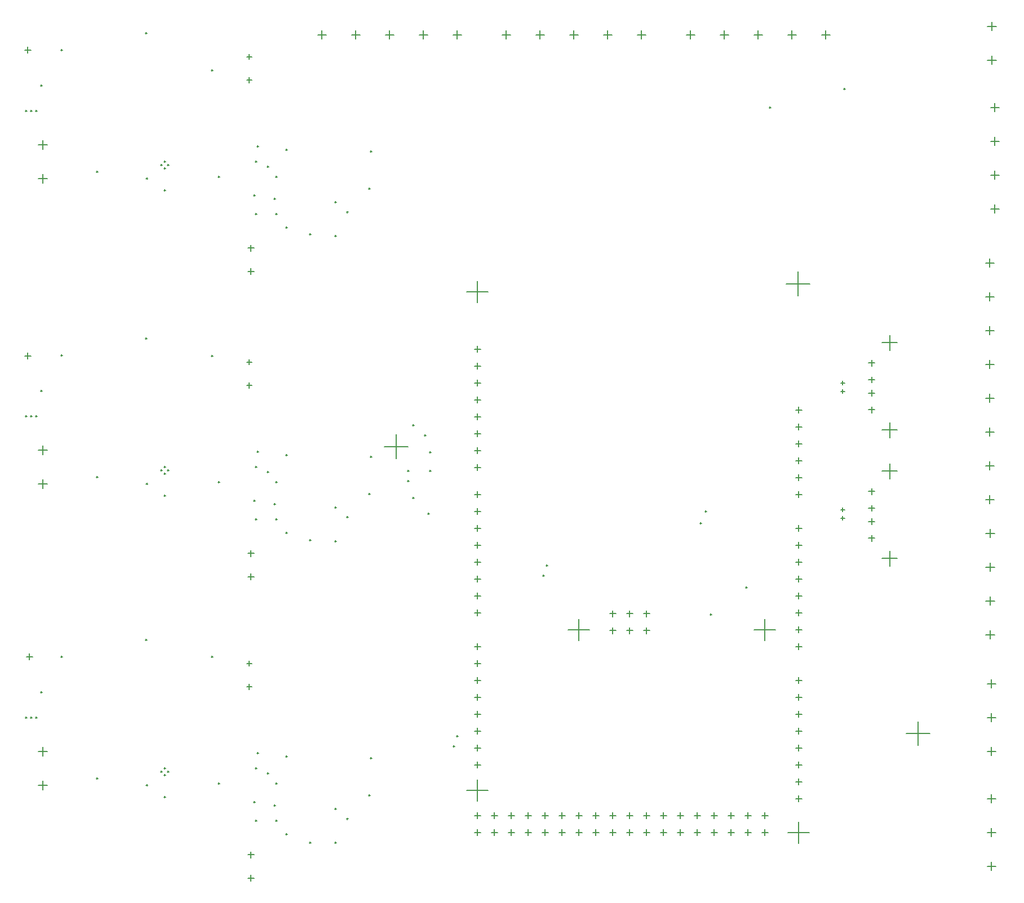
<source format=gbr>
%TF.GenerationSoftware,Altium Limited,Altium Designer,19.1.5 (86)*%
G04 Layer_Color=128*
%FSLAX26Y26*%
%MOIN*%
%TF.FileFunction,Drillmap*%
%TF.Part,Single*%
G01*
G75*
%TA.AperFunction,NonConductor*%
%ADD51C,0.005000*%
D51*
X5776079Y1820370D02*
X5827260D01*
X5801669Y1794780D02*
Y1845961D01*
X5776079Y1620370D02*
X5827260D01*
X5801669Y1594780D02*
Y1645961D01*
X5776079Y2220370D02*
X5827260D01*
X5801669Y2194780D02*
Y2245961D01*
X5776079Y2020370D02*
X5827260D01*
X5801669Y1994780D02*
Y2045961D01*
X5774409Y2620000D02*
X5825591D01*
X5800000Y2594410D02*
Y2645590D01*
X5774409Y2420000D02*
X5825591D01*
X5800000Y2394410D02*
Y2445590D01*
X5774409Y3020000D02*
X5825591D01*
X5800000Y2994410D02*
Y3045590D01*
X5774409Y2820000D02*
X5825591D01*
X5800000Y2794410D02*
Y2845590D01*
X5774409Y3420000D02*
X5825591D01*
X5800000Y3394410D02*
Y3445590D01*
X5774409Y3220000D02*
X5825591D01*
X5800000Y3194410D02*
Y3245590D01*
X5774409Y3820000D02*
X5825591D01*
X5800000Y3794410D02*
Y3845590D01*
X5774409Y3620000D02*
X5825591D01*
X5800000Y3594410D02*
Y3645590D01*
X5786079Y5020370D02*
X5837260D01*
X5811669Y4994780D02*
Y5045961D01*
X5786079Y5220370D02*
X5837260D01*
X5811669Y5194780D02*
Y5245961D01*
X5804409Y4740000D02*
X5855591D01*
X5830000Y4714409D02*
Y4765591D01*
X5804409Y4540000D02*
X5855591D01*
X5830000Y4514409D02*
Y4565591D01*
X5804409Y4140000D02*
X5855591D01*
X5830000Y4114409D02*
Y4165591D01*
X5804409Y4340000D02*
X5855591D01*
X5830000Y4314409D02*
Y4365591D01*
X5082834Y2369370D02*
X5119055D01*
X5100944Y2351260D02*
Y2387480D01*
X5082834Y2290630D02*
X5119055D01*
X5100944Y2272520D02*
Y2308740D01*
X5082834Y2467795D02*
X5119055D01*
X5100944Y2449685D02*
Y2485905D01*
X5082834Y2192205D02*
X5119055D01*
X5100944Y2174095D02*
Y2210315D01*
X5162362Y2588661D02*
X5252913D01*
X5207637Y2543386D02*
Y2633937D01*
X5162362Y2071339D02*
X5252913D01*
X5207637Y2026063D02*
Y2116614D01*
X5082837Y3129370D02*
X5119057D01*
X5100947Y3111260D02*
Y3147480D01*
X5082837Y3050630D02*
X5119057D01*
X5100947Y3032520D02*
Y3068740D01*
X5082837Y3227795D02*
X5119057D01*
X5100947Y3209685D02*
Y3245905D01*
X5082837Y2952205D02*
X5119057D01*
X5100947Y2934095D02*
Y2970315D01*
X5162364Y3348661D02*
X5252916D01*
X5207640Y3303386D02*
Y3393937D01*
X5162364Y2831339D02*
X5252916D01*
X5207640Y2786063D02*
Y2876614D01*
X5784409Y650000D02*
X5835591D01*
X5810000Y624409D02*
Y675591D01*
X5784409Y450000D02*
X5835591D01*
X5810000Y424409D02*
Y475591D01*
X5784409Y250000D02*
X5835591D01*
X5810000Y224410D02*
Y275591D01*
X4804409Y5170000D02*
X4855591D01*
X4830000Y5144409D02*
Y5195591D01*
X4604409Y5170000D02*
X4655591D01*
X4630000Y5144409D02*
Y5195591D01*
X4404409Y5170000D02*
X4455591D01*
X4430000Y5144409D02*
Y5195591D01*
X4004410Y5170000D02*
X4055590D01*
X4030000Y5144409D02*
Y5195591D01*
X4204409Y5170000D02*
X4255591D01*
X4230000Y5144409D02*
Y5195591D01*
X4918189Y3110000D02*
X4941811D01*
X4930000Y3098189D02*
Y3121811D01*
X4918189Y3060000D02*
X4941811D01*
X4930000Y3048189D02*
Y3071811D01*
X5784409Y1330000D02*
X5835591D01*
X5810000Y1304409D02*
Y1355591D01*
X5784409Y1130000D02*
X5835591D01*
X5810000Y1104409D02*
Y1155591D01*
X5784409Y930000D02*
X5835591D01*
X5810000Y904409D02*
Y955591D01*
X2624410Y5170000D02*
X2675590D01*
X2650000Y5144409D02*
Y5195591D01*
X2424410Y5170000D02*
X2475590D01*
X2450000Y5144409D02*
Y5195591D01*
X2224410Y5170000D02*
X2275590D01*
X2250000Y5144409D02*
Y5195591D01*
X1824409Y5170000D02*
X1875591D01*
X1850000Y5144409D02*
Y5195591D01*
X2024409Y5170000D02*
X2075590D01*
X2050000Y5144409D02*
Y5195591D01*
X3714410Y5170000D02*
X3765590D01*
X3740000Y5144409D02*
Y5195591D01*
X3514410Y5170000D02*
X3565590D01*
X3540000Y5144409D02*
Y5195591D01*
X3314410Y5170000D02*
X3365590D01*
X3340000Y5144409D02*
Y5195591D01*
X2914410Y5170000D02*
X2965590D01*
X2940000Y5144409D02*
Y5195591D01*
X3114410Y5170000D02*
X3165590D01*
X3140000Y5144409D02*
Y5195591D01*
X1412284Y3770000D02*
X1447717D01*
X1430000Y3752284D02*
Y3787716D01*
X1412284Y3907795D02*
X1447717D01*
X1430000Y3890079D02*
Y3925512D01*
X1404252Y4902205D02*
X1435748D01*
X1420000Y4886457D02*
Y4917953D01*
X1404252Y5040000D02*
X1435748D01*
X1420000Y5024252D02*
Y5055748D01*
X1412284Y1963465D02*
X1447716D01*
X1430000Y1945748D02*
Y1981181D01*
X1412284Y2101260D02*
X1447716D01*
X1430000Y2083543D02*
Y2118976D01*
X1404252Y3095669D02*
X1435748D01*
X1420000Y3079921D02*
Y3111417D01*
X1404252Y3233465D02*
X1435748D01*
X1420000Y3217717D02*
Y3249213D01*
X172740Y2513095D02*
X223921D01*
X198331Y2487504D02*
Y2538685D01*
X172740Y2713095D02*
X223921D01*
X198331Y2687504D02*
Y2738685D01*
X172740Y4319630D02*
X223921D01*
X198331Y4294039D02*
Y4345220D01*
X172740Y4519630D02*
X223921D01*
X198331Y4494039D02*
Y4545220D01*
X1404252Y1450000D02*
X1435748D01*
X1420000Y1434252D02*
Y1465748D01*
X1404252Y1312205D02*
X1435748D01*
X1420000Y1296457D02*
Y1327953D01*
X1412284Y317795D02*
X1447717D01*
X1430000Y300079D02*
Y335512D01*
X1412284Y180000D02*
X1447717D01*
X1430000Y162284D02*
Y197716D01*
X4594150Y3697000D02*
X4735850D01*
X4665000Y3626150D02*
Y3767850D01*
X5304650Y1036000D02*
X5446350D01*
X5375500Y965150D02*
Y1106850D01*
X2218650Y2733500D02*
X2360350D01*
X2289500Y2662650D02*
Y2804350D01*
X172740Y929630D02*
X223921D01*
X198331Y904039D02*
Y955220D01*
X172740Y729630D02*
X223921D01*
X198331Y704039D02*
Y755220D01*
X4452283Y550000D02*
X4487717D01*
X4470000Y532284D02*
Y567716D01*
X4452283Y450000D02*
X4487717D01*
X4470000Y432284D02*
Y467716D01*
X4352283Y550000D02*
X4387717D01*
X4370000Y532284D02*
Y567716D01*
X4352283Y450000D02*
X4387717D01*
X4370000Y432284D02*
Y467716D01*
X4252283Y550000D02*
X4287717D01*
X4270000Y532284D02*
Y567716D01*
X4252283Y450000D02*
X4287717D01*
X4270000Y432284D02*
Y467716D01*
X4152283Y550000D02*
X4187717D01*
X4170000Y532284D02*
Y567716D01*
X4152283Y450000D02*
X4187717D01*
X4170000Y432284D02*
Y467716D01*
X4052284Y550000D02*
X4087716D01*
X4070000Y532284D02*
Y567716D01*
X4052284Y450000D02*
X4087716D01*
X4070000Y432284D02*
Y467716D01*
X3952284Y550000D02*
X3987716D01*
X3970000Y532284D02*
Y567716D01*
X3952284Y450000D02*
X3987716D01*
X3970000Y432284D02*
Y467716D01*
X3852284Y550000D02*
X3887716D01*
X3870000Y532284D02*
Y567716D01*
X3852284Y450000D02*
X3887716D01*
X3870000Y432284D02*
Y467716D01*
X3752284Y550000D02*
X3787716D01*
X3770000Y532284D02*
Y567716D01*
X3752284Y450000D02*
X3787716D01*
X3770000Y432284D02*
Y467716D01*
X3652284Y450000D02*
X3687716D01*
X3670000Y432284D02*
Y467716D01*
X3652284Y550000D02*
X3687716D01*
X3670000Y532284D02*
Y567716D01*
X3552284Y550000D02*
X3587716D01*
X3570000Y532284D02*
Y567716D01*
X3552284Y450000D02*
X3587716D01*
X3570000Y432284D02*
Y467716D01*
X3452284Y550000D02*
X3487716D01*
X3470000Y532284D02*
Y567716D01*
X3452284Y450000D02*
X3487716D01*
X3470000Y432284D02*
Y467716D01*
X3352284Y550000D02*
X3387716D01*
X3370000Y532284D02*
Y567716D01*
X3352284Y450000D02*
X3387716D01*
X3370000Y432284D02*
Y467716D01*
X3252284Y550000D02*
X3287716D01*
X3270000Y532284D02*
Y567716D01*
X3252284Y450000D02*
X3287716D01*
X3270000Y432284D02*
Y467716D01*
X3152284Y550000D02*
X3187716D01*
X3170000Y532284D02*
Y567716D01*
X3152284Y450000D02*
X3187716D01*
X3170000Y432284D02*
Y467716D01*
X3052284Y550000D02*
X3087716D01*
X3070000Y532284D02*
Y567716D01*
X3052284Y450000D02*
X3087716D01*
X3070000Y432284D02*
Y467716D01*
X2952284Y550000D02*
X2987716D01*
X2970000Y532284D02*
Y567716D01*
X2952284Y450000D02*
X2987716D01*
X2970000Y432284D02*
Y467716D01*
X2852284Y550000D02*
X2887716D01*
X2870000Y532284D02*
Y567716D01*
X2852284Y450000D02*
X2887716D01*
X2870000Y432284D02*
Y467716D01*
X2752284Y550000D02*
X2787716D01*
X2770000Y532284D02*
Y567716D01*
X2752284Y450000D02*
X2787716D01*
X2770000Y432284D02*
Y467716D01*
X4652283Y1150000D02*
X4687717D01*
X4670000Y1132284D02*
Y1167716D01*
X4652283Y1250000D02*
X4687717D01*
X4670000Y1232284D02*
Y1267716D01*
X4652283Y650000D02*
X4687717D01*
X4670000Y632284D02*
Y667716D01*
X4652283Y750000D02*
X4687717D01*
X4670000Y732284D02*
Y767716D01*
X4652283Y850000D02*
X4687717D01*
X4670000Y832284D02*
Y867716D01*
X4652283Y950000D02*
X4687717D01*
X4670000Y932284D02*
Y967716D01*
X4652283Y1050000D02*
X4687717D01*
X4670000Y1032284D02*
Y1067716D01*
X4652283Y1350000D02*
X4687717D01*
X4670000Y1332284D02*
Y1367716D01*
X2752284Y1050000D02*
X2787716D01*
X2770000Y1032284D02*
Y1067716D01*
X2752284Y950000D02*
X2787716D01*
X2770000Y932284D02*
Y967716D01*
X2752284Y1550000D02*
X2787716D01*
X2770000Y1532284D02*
Y1567716D01*
X2752284Y1450000D02*
X2787716D01*
X2770000Y1432284D02*
Y1467716D01*
X2752284Y1350000D02*
X2787716D01*
X2770000Y1332284D02*
Y1367716D01*
X2752284Y1250000D02*
X2787716D01*
X2770000Y1232284D02*
Y1267716D01*
X2752284Y1150000D02*
X2787716D01*
X2770000Y1132284D02*
Y1167716D01*
X2752284Y850000D02*
X2787716D01*
X2770000Y832284D02*
Y867716D01*
X3752284Y1645000D02*
X3787716D01*
X3770000Y1627284D02*
Y1662716D01*
X3752284Y1745000D02*
X3787716D01*
X3770000Y1727284D02*
Y1762716D01*
X3652284Y1645000D02*
X3687716D01*
X3670000Y1627284D02*
Y1662716D01*
X3652284Y1745000D02*
X3687716D01*
X3670000Y1727284D02*
Y1762716D01*
X3552284Y1645000D02*
X3587716D01*
X3570000Y1627284D02*
Y1662716D01*
X3552284Y1745000D02*
X3587716D01*
X3570000Y1727284D02*
Y1762716D01*
X4652283Y2050000D02*
X4687717D01*
X4670000Y2032284D02*
Y2067716D01*
X4652283Y2150000D02*
X4687717D01*
X4670000Y2132284D02*
Y2167716D01*
X4652283Y1550000D02*
X4687717D01*
X4670000Y1532284D02*
Y1567716D01*
X4652283Y1650000D02*
X4687717D01*
X4670000Y1632284D02*
Y1667716D01*
X4652283Y1750000D02*
X4687717D01*
X4670000Y1732284D02*
Y1767716D01*
X4652283Y1850000D02*
X4687717D01*
X4670000Y1832284D02*
Y1867716D01*
X4652283Y1950000D02*
X4687717D01*
X4670000Y1932284D02*
Y1967716D01*
X4652283Y2250000D02*
X4687717D01*
X4670000Y2232284D02*
Y2267716D01*
X2752284Y1950000D02*
X2787716D01*
X2770000Y1932284D02*
Y1967716D01*
X2752284Y1850000D02*
X2787716D01*
X2770000Y1832284D02*
Y1867716D01*
X2752284Y2450000D02*
X2787716D01*
X2770000Y2432284D02*
Y2467716D01*
X2752284Y2350000D02*
X2787716D01*
X2770000Y2332284D02*
Y2367716D01*
X2752284Y2250000D02*
X2787716D01*
X2770000Y2232284D02*
Y2267716D01*
X2752284Y2150000D02*
X2787716D01*
X2770000Y2132284D02*
Y2167716D01*
X2752284Y2050000D02*
X2787716D01*
X2770000Y2032284D02*
Y2067716D01*
X2752284Y1750000D02*
X2787716D01*
X2770000Y1732284D02*
Y1767716D01*
X4652283Y2450000D02*
X4687717D01*
X4670000Y2432284D02*
Y2467716D01*
X4652283Y2550000D02*
X4687717D01*
X4670000Y2532284D02*
Y2567716D01*
X4652283Y2650000D02*
X4687717D01*
X4670000Y2632284D02*
Y2667716D01*
X4652283Y2750000D02*
X4687717D01*
X4670000Y2732284D02*
Y2767716D01*
X4652283Y2850000D02*
X4687717D01*
X4670000Y2832284D02*
Y2867716D01*
X4652283Y2950000D02*
X4687717D01*
X4670000Y2932284D02*
Y2967716D01*
X2752284Y2810000D02*
X2787716D01*
X2770000Y2792284D02*
Y2827716D01*
X2752284Y2710000D02*
X2787716D01*
X2770000Y2692284D02*
Y2727716D01*
X2752284Y3310000D02*
X2787716D01*
X2770000Y3292284D02*
Y3327716D01*
X2752284Y3210000D02*
X2787716D01*
X2770000Y3192284D02*
Y3227716D01*
X2752284Y3110000D02*
X2787716D01*
X2770000Y3092284D02*
Y3127716D01*
X2752284Y3010000D02*
X2787716D01*
X2770000Y2992284D02*
Y3027716D01*
X2752284Y2910000D02*
X2787716D01*
X2770000Y2892284D02*
Y2927716D01*
X2752284Y2610000D02*
X2787716D01*
X2770000Y2592284D02*
Y2627716D01*
X2707008Y3650000D02*
X2832992D01*
X2770000Y3587008D02*
Y3712992D01*
X3307008Y1650000D02*
X3432992D01*
X3370000Y1587008D02*
Y1712992D01*
X4407008Y1650000D02*
X4532992D01*
X4470000Y1587008D02*
Y1712992D01*
X4607008Y450000D02*
X4732992D01*
X4670000Y387008D02*
Y512992D01*
X2707008Y700000D02*
X2832992D01*
X2770000Y637008D02*
Y762992D01*
X4918189Y2310000D02*
X4941811D01*
X4930000Y2298189D02*
Y2321811D01*
X4918189Y2360000D02*
X4941811D01*
X4930000Y2348189D02*
Y2371811D01*
X92284Y3270000D02*
X127716D01*
X110000Y3252284D02*
Y3287716D01*
X102284Y1490000D02*
X137716D01*
X120000Y1472284D02*
Y1507716D01*
X92284Y5080000D02*
X127716D01*
X110000Y5062283D02*
Y5097717D01*
X1994213Y531968D02*
X2004055D01*
X1999134Y527047D02*
Y536890D01*
X1994213Y4121968D02*
X2004055D01*
X1999134Y4117047D02*
Y4126890D01*
X1994213Y2317402D02*
X2004055D01*
X1999134Y2312480D02*
Y2322323D01*
X3175079Y2030000D02*
X3184921D01*
X3180000Y2025079D02*
Y2034921D01*
X3155079Y1970000D02*
X3164921D01*
X3160000Y1965079D02*
Y1974921D01*
X4115079Y2350000D02*
X4124921D01*
X4120000Y2345079D02*
Y2354921D01*
X4085079Y2280000D02*
X4094921D01*
X4090000Y2275079D02*
Y2284921D01*
X4355079Y1900000D02*
X4364921D01*
X4360000Y1895079D02*
Y1904921D01*
X4145079Y1740000D02*
X4154921D01*
X4150000Y1735079D02*
Y1744921D01*
X2625079Y960000D02*
X2634921D01*
X2630000Y955079D02*
Y964921D01*
X1775079Y390000D02*
X1784921D01*
X1780000Y385079D02*
Y394921D01*
X2645079Y1020000D02*
X2654921D01*
X2650000Y1015079D02*
Y1024921D01*
X2485079Y2590000D02*
X2494921D01*
X2490000Y2585079D02*
Y2594921D01*
X2355079Y2530000D02*
X2364921D01*
X2360000Y2525079D02*
Y2534921D01*
X1775079Y2180000D02*
X1784921D01*
X1780000Y2175079D02*
Y2184921D01*
X2485079Y2700000D02*
X2494921D01*
X2490000Y2695079D02*
Y2704921D01*
X2455079Y2800000D02*
X2464921D01*
X2460000Y2795079D02*
Y2804921D01*
X2355079Y2590000D02*
X2364921D01*
X2360000Y2585079D02*
Y2594921D01*
X2475079Y2336250D02*
X2484921D01*
X2480000Y2331329D02*
Y2341171D01*
X2385079Y2430000D02*
X2394921D01*
X2390000Y2425079D02*
Y2434921D01*
X2385079Y2860000D02*
X2394921D01*
X2390000Y2855079D02*
Y2864921D01*
X1195079Y1490000D02*
X1204921D01*
X1200000Y1485079D02*
Y1494921D01*
X1195079Y3270000D02*
X1204921D01*
X1200000Y3265079D02*
Y3274921D01*
X1775079Y3990000D02*
X1784921D01*
X1780000Y3985079D02*
Y3994921D01*
X4495079Y4740000D02*
X4504921D01*
X4500000Y4735079D02*
Y4744921D01*
X4935079Y4850000D02*
X4944921D01*
X4940000Y4845079D02*
Y4854921D01*
X1195079Y4960000D02*
X1204921D01*
X1200000Y4955079D02*
Y4964921D01*
X305079Y1490000D02*
X314921D01*
X310000Y1485079D02*
Y1494921D01*
X95079Y1130000D02*
X104921D01*
X100000Y1125079D02*
Y1134921D01*
X125079Y1130000D02*
X134921D01*
X130000Y1125079D02*
Y1134921D01*
X155079Y1130000D02*
X164921D01*
X160000Y1125079D02*
Y1134921D01*
X895079Y810000D02*
X904921D01*
X900000Y805079D02*
Y814921D01*
X915079Y830000D02*
X924921D01*
X920000Y825079D02*
Y834921D01*
X915079Y790000D02*
X924921D01*
X920000Y785079D02*
Y794921D01*
X935079Y810000D02*
X944921D01*
X940000Y805079D02*
Y814921D01*
X915079Y660000D02*
X924921D01*
X920000Y655079D02*
Y664921D01*
X1455079Y520000D02*
X1464921D01*
X1460000Y515079D02*
Y524921D01*
X515079Y770000D02*
X524921D01*
X520000Y765079D02*
Y774921D01*
X1525079Y800000D02*
X1534921D01*
X1530000Y795079D02*
Y804921D01*
X1925079Y590000D02*
X1934921D01*
X1930000Y585079D02*
Y594921D01*
X1925079Y390000D02*
X1934921D01*
X1930000Y385079D02*
Y394921D01*
X1635079Y440000D02*
X1644921D01*
X1640000Y435079D02*
Y444921D01*
X1635079Y900000D02*
X1644921D01*
X1640000Y895079D02*
Y904921D01*
X2125079Y670000D02*
X2134921D01*
X2130000Y665079D02*
Y674921D01*
X1575079Y520000D02*
X1584921D01*
X1580000Y515079D02*
Y524921D01*
X1235079Y740000D02*
X1244921D01*
X1240000Y735079D02*
Y744921D01*
X1565079Y610000D02*
X1574921D01*
X1570000Y605079D02*
Y614921D01*
X810079Y730000D02*
X819921D01*
X815000Y725079D02*
Y734921D01*
X1575079Y740000D02*
X1584921D01*
X1580000Y735079D02*
Y744921D01*
X805079Y1590000D02*
X814921D01*
X810000Y1585079D02*
Y1594921D01*
X1455079Y830000D02*
X1464921D01*
X1460000Y825079D02*
Y834921D01*
X185079Y1280000D02*
X194921D01*
X190000Y1275079D02*
Y1284921D01*
X2135079Y890000D02*
X2144921D01*
X2140000Y885079D02*
Y894921D01*
X1465079Y920000D02*
X1474921D01*
X1470000Y915079D02*
Y924921D01*
X1445079Y630000D02*
X1454921D01*
X1450000Y625079D02*
Y634921D01*
X95079Y4720000D02*
X104921D01*
X100000Y4715079D02*
Y4724921D01*
X125079Y4720000D02*
X134921D01*
X130000Y4715079D02*
Y4724921D01*
X155079Y4720000D02*
X164921D01*
X160000Y4715079D02*
Y4724921D01*
X895079Y4400000D02*
X904921D01*
X900000Y4395079D02*
Y4404921D01*
X915079Y4420000D02*
X924921D01*
X920000Y4415079D02*
Y4424921D01*
X915079Y4380000D02*
X924921D01*
X920000Y4375079D02*
Y4384921D01*
X935079Y4400000D02*
X944921D01*
X940000Y4395079D02*
Y4404921D01*
X915079Y4250000D02*
X924921D01*
X920000Y4245079D02*
Y4254921D01*
X1455079Y4110000D02*
X1464921D01*
X1460000Y4105079D02*
Y4114921D01*
X515079Y4360000D02*
X524921D01*
X520000Y4355079D02*
Y4364921D01*
X1525079Y4390000D02*
X1534921D01*
X1530000Y4385079D02*
Y4394921D01*
X1925079Y4180000D02*
X1934921D01*
X1930000Y4175079D02*
Y4184921D01*
X1925079Y3980000D02*
X1934921D01*
X1930000Y3975079D02*
Y3984921D01*
X1635079Y4030000D02*
X1644921D01*
X1640000Y4025079D02*
Y4034921D01*
X1635079Y4490000D02*
X1644921D01*
X1640000Y4485079D02*
Y4494921D01*
X2125079Y4260000D02*
X2134921D01*
X2130000Y4255079D02*
Y4264921D01*
X1575079Y4110000D02*
X1584921D01*
X1580000Y4105079D02*
Y4114921D01*
X1235079Y4330000D02*
X1244921D01*
X1240000Y4325079D02*
Y4334921D01*
X1565079Y4200000D02*
X1574921D01*
X1570000Y4195079D02*
Y4204921D01*
X810079Y4320000D02*
X819921D01*
X815000Y4315079D02*
Y4324921D01*
X1575079Y4330000D02*
X1584921D01*
X1580000Y4325079D02*
Y4334921D01*
X805079Y5180000D02*
X814921D01*
X810000Y5175079D02*
Y5184921D01*
X1455079Y4420000D02*
X1464921D01*
X1460000Y4415079D02*
Y4424921D01*
X185079Y4870000D02*
X194921D01*
X190000Y4865079D02*
Y4874921D01*
X2135079Y4480000D02*
X2144921D01*
X2140000Y4475079D02*
Y4484921D01*
X1465079Y4510000D02*
X1474921D01*
X1470000Y4505079D02*
Y4514921D01*
X1445079Y4220000D02*
X1454921D01*
X1450000Y4215079D02*
Y4224921D01*
X305079Y5080000D02*
X314921D01*
X310000Y5075079D02*
Y5084921D01*
X915079Y2613465D02*
X924921D01*
X920000Y2608543D02*
Y2618386D01*
X1445079Y2413465D02*
X1454921D01*
X1450000Y2408543D02*
Y2418386D01*
X1465079Y2703465D02*
X1474921D01*
X1470000Y2698543D02*
Y2708386D01*
X2135079Y2673465D02*
X2144921D01*
X2140000Y2668543D02*
Y2678386D01*
X185079Y3063465D02*
X194921D01*
X190000Y3058543D02*
Y3068386D01*
X1455079Y2613465D02*
X1464921D01*
X1460000Y2608543D02*
Y2618386D01*
X805079Y3373465D02*
X814921D01*
X810000Y3368543D02*
Y3378386D01*
X1575079Y2523465D02*
X1584921D01*
X1580000Y2518543D02*
Y2528386D01*
X810079Y2513465D02*
X819921D01*
X815000Y2508543D02*
Y2518386D01*
X1565079Y2393465D02*
X1574921D01*
X1570000Y2388543D02*
Y2398386D01*
X1235079Y2523465D02*
X1244921D01*
X1240000Y2518543D02*
Y2528386D01*
X1575079Y2303465D02*
X1584921D01*
X1580000Y2298543D02*
Y2308386D01*
X2125079Y2453465D02*
X2134921D01*
X2130000Y2448543D02*
Y2458386D01*
X1635079Y2683465D02*
X1644921D01*
X1640000Y2678543D02*
Y2688386D01*
X1635079Y2223465D02*
X1644921D01*
X1640000Y2218543D02*
Y2228386D01*
X1925079Y2173465D02*
X1934921D01*
X1930000Y2168543D02*
Y2178386D01*
X1925079Y2373465D02*
X1934921D01*
X1930000Y2368543D02*
Y2378386D01*
X1525079Y2583465D02*
X1534921D01*
X1530000Y2578543D02*
Y2588386D01*
X515079Y2553465D02*
X524921D01*
X520000Y2548543D02*
Y2558386D01*
X915079Y2443465D02*
X924921D01*
X920000Y2438543D02*
Y2448386D01*
X1455079Y2303465D02*
X1464921D01*
X1460000Y2298543D02*
Y2308386D01*
X935079Y2593465D02*
X944921D01*
X940000Y2588543D02*
Y2598386D01*
X915079Y2573465D02*
X924921D01*
X920000Y2568543D02*
Y2578386D01*
X895079Y2593465D02*
X904921D01*
X900000Y2588543D02*
Y2598386D01*
X155079Y2913465D02*
X164921D01*
X160000Y2908543D02*
Y2918386D01*
X125079Y2913465D02*
X134921D01*
X130000Y2908543D02*
Y2918386D01*
X95079Y2913465D02*
X104921D01*
X100000Y2908543D02*
Y2918386D01*
X305079Y3273465D02*
X314921D01*
X310000Y3268543D02*
Y3278386D01*
%TF.MD5,d3aea2a04d9e6bddc5e817e588391814*%
M02*

</source>
